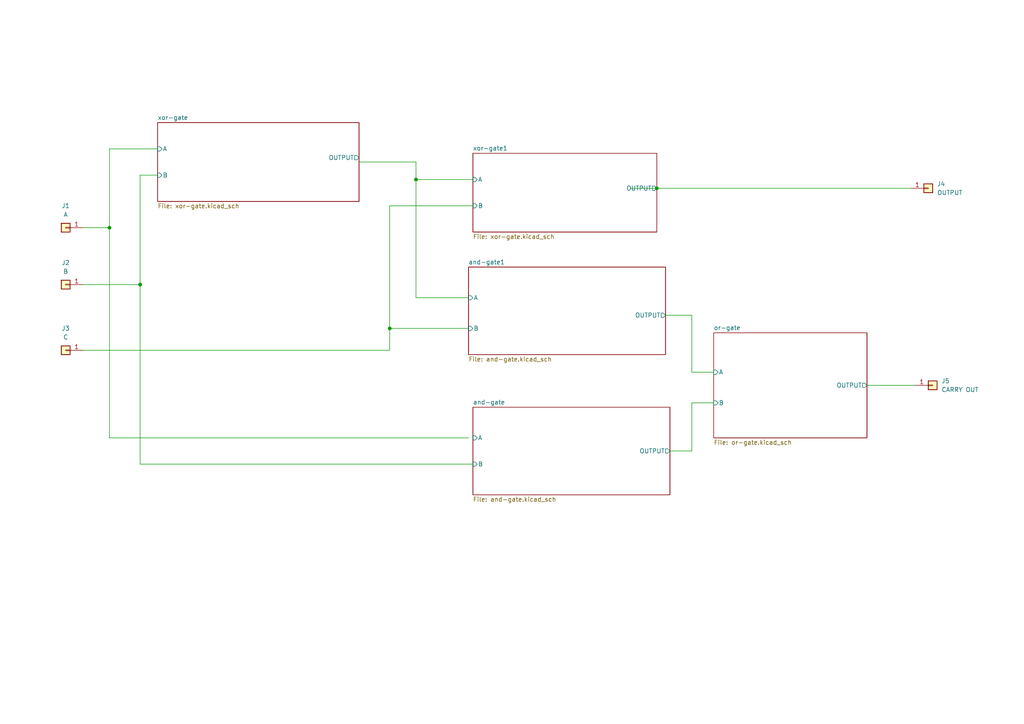
<source format=kicad_sch>
(kicad_sch (version 20230121) (generator eeschema)
  (paper "A4")
  (lib_symbols
    (symbol "Connector_Generic:Conn_01x01" (pin_names (offset 1.016) hide)
      (property "Reference" "J" (at 0 2.54 0))
      (property "Value" "Conn_01x01" (at 0 -2.54 0))
      (symbol "Conn_01x01_1_1"
        (rectangle (start -1.27 0.127) (end 0 -0.127) (stroke (width 0.1524)))
        (rectangle (start -1.27 1.27) (end 1.27 -1.27) (stroke (width 0.254)) (fill (type background)))
        (pin passive line (at -5.08 0 0) (length 3.81) (name "Pin_1") (number "1"))
      )
    )
  )
  (junction (at 190.5 54.61))
  (junction (at 40.64 82.55))
  (junction (at 113.03 95.25))
  (junction (at 120.65 52.07))
  (junction (at 31.75 66.04))
  (wire (pts (xy 200.66 107.95) (xy 207.01 107.95)))
  (wire (pts (xy 24.13 82.55) (xy 40.64 82.55)))
  (wire (pts (xy 182.88 54.61) (xy 190.5 54.61)))
  (wire (pts (xy 113.03 101.6) (xy 113.03 95.25)))
  (wire (pts (xy 120.65 86.36) (xy 135.89 86.36)))
  (wire (pts (xy 104.14 46.99) (xy 120.65 46.99)))
  (wire (pts (xy 120.65 52.07) (xy 120.65 86.36)))
  (wire (pts (xy 113.03 95.25) (xy 135.89 95.25)))
  (wire (pts (xy 193.04 91.44) (xy 200.66 91.44)))
  (wire (pts (xy 31.75 43.18) (xy 31.75 66.04)))
  (wire (pts (xy 200.66 116.84) (xy 207.01 116.84)))
  (wire (pts (xy 31.75 66.04) (xy 31.75 127)))
  (wire (pts (xy 194.31 130.81) (xy 200.66 130.81)))
  (wire (pts (xy 135.89 127) (xy 31.75 127)))
  (wire (pts (xy 251.46 111.76) (xy 265.43 111.76)))
  (wire (pts (xy 120.65 46.99) (xy 120.65 52.07)))
  (wire (pts (xy 40.64 50.8) (xy 40.64 82.55)))
  (wire (pts (xy 40.64 82.55) (xy 40.64 134.62)))
  (wire (pts (xy 200.66 130.81) (xy 200.66 116.84)))
  (wire (pts (xy 120.65 52.07) (xy 137.16 52.07)))
  (wire (pts (xy 24.13 101.6) (xy 113.03 101.6)))
  (wire (pts (xy 40.64 50.8) (xy 45.72 50.8)))
  (wire (pts (xy 200.66 91.44) (xy 200.66 107.95)))
  (wire (pts (xy 190.5 54.61) (xy 264.16 54.61)))
  (wire (pts (xy 24.13 66.04) (xy 31.75 66.04)))
  (wire (pts (xy 113.03 59.69) (xy 137.16 59.69)))
  (wire (pts (xy 113.03 95.25) (xy 113.03 59.69)))
  (wire (pts (xy 40.64 134.62) (xy 137.16 134.62)))
  (wire (pts (xy 31.75 43.18) (xy 45.72 43.18)))
  (symbol (lib_id "Connector_Generic:Conn_01x01") (at 270.51 111.76 0) (unit 1)
    (property "Reference" "J5" (at 273.05 110.49 0) (effects (justify left)))
    (property "Value" "CARRY OUT" (at 273.05 113.03 0) (effects (justify left)))
    (property "Footprint" "Connector_PinHeader_2.54mm:PinHeader_1x01_P2.54mm_Vertical" (effects hide))
  )
  (symbol (lib_id "Connector_Generic:Conn_01x01") (at 269.24 54.61 0) (unit 1)
    (property "Reference" "J4" (at 271.78 53.34 0) (effects (justify left)))
    (property "Value" "OUTPUT" (at 271.78 55.88 0) (effects (justify left)))
    (property "Footprint" "Connector_PinHeader_2.54mm:PinHeader_1x01_P2.54mm_Vertical" (effects hide))
  )
  (symbol (lib_id "Connector_Generic:Conn_01x01") (at 19.05 66.04 180) (unit 1)
    (property "Reference" "J1" (at 19.05 59.69 0))
    (property "Value" "A" (at 19.05 62.23 0))
    (property "Footprint" "Connector_PinHeader_2.54mm:PinHeader_1x01_P2.54mm_Vertical" (effects hide))
  )
  (symbol (lib_id "Connector_Generic:Conn_01x01") (at 19.05 82.55 180) (unit 1)
    (property "Reference" "J2" (at 19.05 76.2 0))
    (property "Value" "B" (at 19.05 78.74 0))
    (property "Footprint" "Connector_PinHeader_2.54mm:PinHeader_1x01_P2.54mm_Vertical" (effects hide))
  )
  (symbol (lib_id "Connector_Generic:Conn_01x01") (at 19.05 101.6 180) (unit 1)
    (property "Reference" "J3" (at 19.05 95.25 0))
    (property "Value" "C" (at 19.05 97.79 0))
    (property "Footprint" "Connector_PinHeader_2.54mm:PinHeader_1x01_P2.54mm_Vertical" (effects hide))
  )
  (sheet (at 207.01 96.52) (size 44.45 30.48) (stroke (width 0.1524))
    (property "Sheetname" "or-gate" (at 207.01 95.8084 0) (effects (justify left bottom)))
    (property "Sheetfile" "or-gate.kicad_sch" (at 207.01 127.5846 0) (effects (justify left top)))
    (pin "OUTPUT" output (at 251.46 111.76 0))
    (pin "A" input (at 207.01 107.95 180))
    (pin "B" input (at 207.01 116.84 180))
  )
  (sheet (at 45.72 35.56) (size 58.42 22.86) (stroke (width 0.1524))
    (property "Sheetname" "xor-gate" (at 45.72 34.8484 0) (effects (justify left bottom)))
    (property "Sheetfile" "xor-gate.kicad_sch" (at 45.72 59.0046 0) (effects (justify left top)))
    (pin "OUTPUT" output (at 104.14 45.72 0))
    (pin "A" input (at 45.72 43.18 180))
    (pin "B" input (at 45.72 50.8 180))
  )
  (sheet (at 137.16 44.45) (size 53.34 22.86) (stroke (width 0.1524))
    (property "Sheetname" "xor-gate1" (at 137.16 43.7384 0) (effects (justify left bottom)))
    (property "Sheetfile" "xor-gate.kicad_sch" (at 137.16 67.8946 0) (effects (justify left top)))
    (pin "OUTPUT" output (at 190.5 54.61 0))
    (pin "A" input (at 137.16 52.07 180))
    (pin "B" input (at 137.16 59.69 180))
  )
  (sheet (at 137.16 118.11) (size 57.15 25.4) (stroke (width 0.1524))
    (property "Sheetname" "and-gate" (at 137.16 117.3984 0) (effects (justify left bottom)))
    (property "Sheetfile" "and-gate.kicad_sch" (at 137.16 144.0946 0) (effects (justify left top)))
    (pin "OUTPUT" output (at 194.31 130.81 0))
    (pin "B" input (at 137.16 134.62 180))
    (pin "A" input (at 137.16 127 180))
  )
  (sheet (at 135.89 77.47) (size 57.15 25.4) (stroke (width 0.1524))
    (property "Sheetname" "and-gate1" (at 135.89 76.7584 0) (effects (justify left bottom)))
    (property "Sheetfile" "and-gate.kicad_sch" (at 135.89 103.4546 0) (effects (justify left top)))
    (pin "OUTPUT" output (at 193.04 91.44 0))
    (pin "B" input (at 135.89 95.25 180))
    (pin "A" input (at 135.89 86.36 180))
  )
)
</source>
